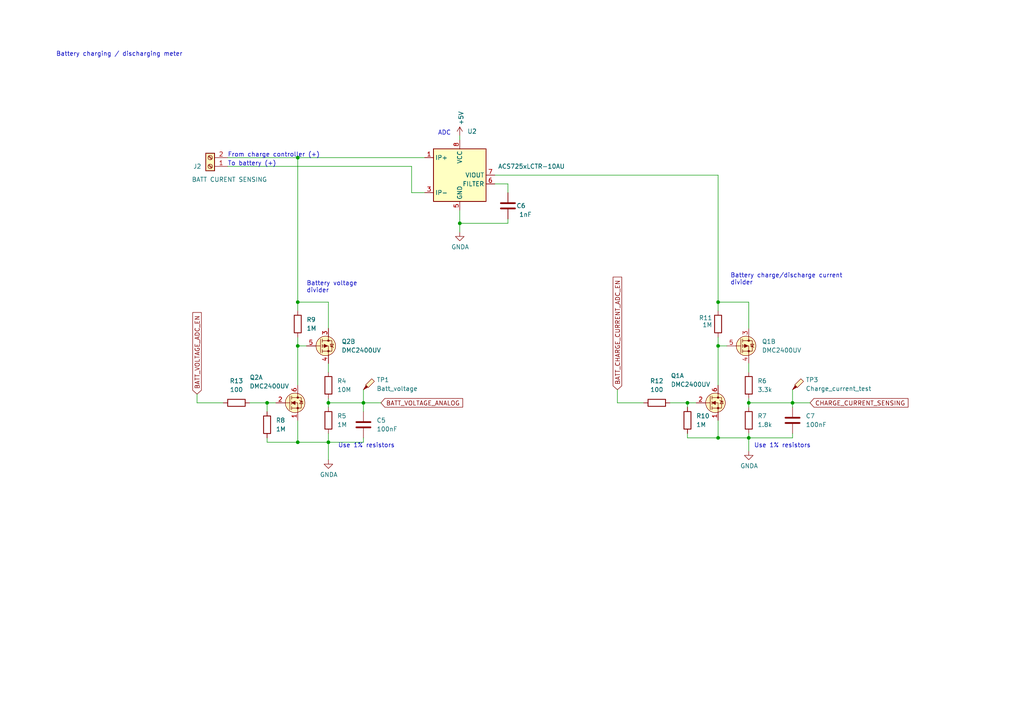
<source format=kicad_sch>
(kicad_sch (version 20231120) (generator "eeschema") (generator_version "8.0")
  (paper "A4")
  (lib_symbols
    (symbol "Connector:Screw_Terminal_01x02" (pin_names (offset 1.016) hide)
      (property "Reference" "J" (at 0 2.54 0))
      (property "Value" "Screw_Terminal_01x02" (at 0 -5.08 0))
      (symbol "Screw_Terminal_01x02_1_1"
        (rectangle (start -1.27 1.27) (end 1.27 -3.81) (stroke (width 0.254)) (fill (type background)))
        (circle (center 0 -2.54) (radius 0.635) (stroke (width 0.1524)))
        (polyline (pts (xy -0.5334 -2.2098) (xy 0.3302 -3.048)) (stroke (width 0.1524)))
        (polyline (pts (xy -0.5334 0.3302) (xy 0.3302 -0.508)) (stroke (width 0.1524)))
        (polyline (pts (xy -0.3556 -2.032) (xy 0.508 -2.8702)) (stroke (width 0.1524)))
        (polyline (pts (xy -0.3556 0.508) (xy 0.508 -0.3302)) (stroke (width 0.1524)))
        (circle (center 0 0) (radius 0.635) (stroke (width 0.1524)))
        (pin passive line (at -5.08 0 0) (length 3.81) (name "Pin_1") (number "1"))
        (pin passive line (at -5.08 -2.54 0) (length 3.81) (name "Pin_2") (number "2"))
      )
    )
    (symbol "Connector:TestPoint_Probe" (pin_numbers hide) (pin_names (offset 0.762) hide)
      (property "Reference" "TP" (at 1.651 5.842 0))
      (property "Value" "TestPoint_Probe" (at 1.651 4.064 0))
      (symbol "TestPoint_Probe_0_1"
        (polyline (pts (xy 1.27 0.762) (xy 0 0) (xy 0.762 1.27) (xy 1.27 0.762)) (fill (type outline)))
        (polyline (pts (xy 1.397 0.635) (xy 0.635 1.397) (xy 2.413 3.175) (xy 3.175 2.413) (xy 1.397 0.635)) (fill (type background)))
      )
      (symbol "TestPoint_Probe_1_1"
        (pin passive line (at 0 0 90) (length 0) (name "1") (number "1"))
      )
    )
    (symbol "Device:C" (pin_numbers hide) (pin_names (offset 0.254))
      (property "Reference" "C" (at 0.635 2.54 0))
      (property "Value" "C" (at 0.635 -2.54 0))
      (symbol "C_0_1"
        (polyline (pts (xy -2.032 -0.762) (xy 2.032 -0.762)) (stroke (width 0.508)))
        (polyline (pts (xy -2.032 0.762) (xy 2.032 0.762)) (stroke (width 0.508)))
      )
      (symbol "C_1_1"
        (pin passive line (at 0 3.81 270) (length 2.794) (name "~") (number "1"))
        (pin passive line (at 0 -3.81 90) (length 2.794) (name "~") (number "2"))
      )
    )
    (symbol "Device:R" (pin_numbers hide) (pin_names (offset 0))
      (property "Reference" "R" (at 2.032 0 90))
      (property "Value" "R" (at 0 0 90))
      (symbol "R_0_1"
        (rectangle (start -1.016 -2.54) (end 1.016 2.54) (stroke (width 0.254)))
      )
      (symbol "R_1_1"
        (pin passive line (at 0 3.81 270) (length 1.27) (name "~") (number "1"))
        (pin passive line (at 0 -3.81 90) (length 1.27) (name "~") (number "2"))
      )
    )
    (symbol "Sensor_Current:ACS725xLCTR-10AU"
      (property "Reference" "U" (at 2.54 11.43 0))
      (property "Value" "ACS725xLCTR-10AU" (at 2.54 8.89 0))
      (symbol "ACS725xLCTR-10AU_0_1"
        (rectangle (start -7.62 7.62) (end 7.62 -7.62) (stroke (width 0.254)) (fill (type background)))
      )
      (symbol "ACS725xLCTR-10AU_1_1"
        (pin passive line (at -10.16 5.08 0) (length 2.54) (name "IP+") (number "1"))
        (pin passive line (at -10.16 5.08 0) (length 2.54) hide (name "IP+") (number "2"))
        (pin passive line (at -10.16 -5.08 0) (length 2.54) (name "IP-") (number "3"))
        (pin passive line (at -10.16 -5.08 0) (length 2.54) hide (name "IP-") (number "4"))
        (pin power_in line (at 0 -10.16 90) (length 2.54) (name "GND") (number "5"))
        (pin passive line (at 10.16 -2.54 180) (length 2.54) (name "FILTER") (number "6"))
        (pin output line (at 10.16 0 180) (length 2.54) (name "VIOUT") (number "7"))
        (pin power_in line (at 0 10.16 270) (length 2.54) (name "VCC") (number "8"))
      )
    )
    (symbol "mwolosewicz:DMC2400UV" (pin_names hide)
      (property "Reference" "Q" (at 1.524 3.302 0))
      (property "Value" "DMC2400UV" (at -7.112 5.08 0))
      (symbol "DMC2400UV_1_1"
        (circle (center -0.762 0) (radius 2.8398) (fill (type background)))
        (circle (center 0 -1.524) (radius 0.254) (fill (type outline)))
        (polyline (pts (xy -3.81 0) (xy -2.286 0)))
        (polyline (pts (xy -2.286 2.032) (xy -2.286 -2.032)))
        (polyline (pts (xy -1.778 -1.016) (xy -1.778 -2.032)))
        (polyline (pts (xy -1.778 0.508) (xy -1.778 -0.508)))
        (polyline (pts (xy -1.778 2.032) (xy -1.778 1.016)))
        (polyline (pts (xy 0 -2.54) (xy 0 -1.524)))
        (polyline (pts (xy 0 2.54) (xy 0 1.524)))
        (polyline (pts (xy 0.508 0.762) (xy 0.762 0.508)))
        (polyline (pts (xy 0.762 0.508) (xy 1.27 0.508)))
        (polyline (pts (xy 1.27 0.508) (xy 1.524 0.254)))
        (polyline (pts (xy -0.762 0) (xy 0 0) (xy 0 -1.524)))
        (polyline (pts (xy -1.778 -1.524) (xy 1.016 -1.524) (xy 1.016 1.524) (xy -1.778 1.524)))
        (polyline (pts (xy -1.778 0) (xy -0.762 0.508) (xy -0.762 -0.508) (xy -1.778 0)) (fill (type outline)))
        (polyline (pts (xy 1.016 0.508) (xy 0.508 -0.254) (xy 1.524 -0.254) (xy 1.016 0.508)))
        (circle (center 0 1.524) (radius 0.254) (fill (type outline)))
        (pin input line (at 0 -5.08 90) (length 2.54) (name "S1") (number "1"))
        (pin input line (at -6.35 0 0) (length 2.54) (name "G1") (number "2"))
        (pin input line (at 0 5.08 270) (length 2.54) (name "D1") (number "6"))
      )
      (symbol "DMC2400UV_2_1"
        (circle (center -0.762 0) (radius 2.8398) (fill (type background)))
        (circle (center 0 -1.524) (radius 0.254) (fill (type outline)))
        (polyline (pts (xy -3.81 0) (xy -2.286 0)))
        (polyline (pts (xy -2.286 2.032) (xy -2.286 -2.032)))
        (polyline (pts (xy -1.778 -1.016) (xy -1.778 -2.032)))
        (polyline (pts (xy -1.778 0.508) (xy -1.778 -0.508)))
        (polyline (pts (xy -1.778 2.032) (xy -1.778 1.016)))
        (polyline (pts (xy -1.27 0) (xy -1.778 0)))
        (polyline (pts (xy 0 -2.54) (xy 0 -1.524)))
        (polyline (pts (xy 0 2.54) (xy 0 1.524)))
        (polyline (pts (xy 0.508 0) (xy 0.762 -0.254)))
        (polyline (pts (xy 0.762 -0.254) (xy 1.27 -0.254)))
        (polyline (pts (xy 1.27 -0.254) (xy 1.524 -0.508)))
        (polyline (pts (xy -0.762 0) (xy 0 0) (xy 0 -1.524)))
        (polyline (pts (xy -1.778 -1.524) (xy 1.016 -1.524) (xy 1.016 1.524) (xy -1.778 1.524)))
        (polyline (pts (xy -0.254 0) (xy -1.27 -0.508) (xy -1.27 0.508) (xy -0.254 0)) (fill (type outline)))
        (polyline (pts (xy 1.016 -0.254) (xy 1.524 0.508) (xy 0.508 0.508) (xy 1.016 -0.254)))
        (circle (center 0 1.524) (radius 0.254) (fill (type outline)))
        (pin input line (at 0 5.08 270) (length 2.54) (name "D2") (number "3"))
        (pin input line (at 0 -5.08 90) (length 2.54) (name "S2") (number "4"))
        (pin input line (at -6.35 0 0) (length 2.54) (name "G2") (number "5"))
      )
    )
    (symbol "power:+5V" (power) (pin_names (offset 0))
      (property "Value" "+5V" (at 0 3.556 0))
      (symbol "+5V_0_1"
        (polyline (pts (xy -0.762 1.27) (xy 0 2.54)))
        (polyline (pts (xy 0 0) (xy 0 2.54)))
        (polyline (pts (xy 0 2.54) (xy 0.762 1.27)))
      )
      (symbol "+5V_1_1"
        (pin power_in line (at 0 0 90) (length 0) hide (name "+5V") (number "1"))
      )
    )
    (symbol "power:GNDA" (power) (pin_names (offset 0))
      (property "Value" "GNDA" (at 0 -3.81 0))
      (symbol "GNDA_0_1"
        (polyline (pts (xy 0 0) (xy 0 -1.27) (xy 1.27 -1.27) (xy 0 -2.54) (xy -1.27 -1.27) (xy 0 -1.27)))
      )
      (symbol "GNDA_1_1"
        (pin power_in line (at 0 0 270) (length 0) hide (name "GNDA") (number "1"))
      )
    )
  )
  (junction (at 95.25 116.84))
  (junction (at 86.36 128.27))
  (junction (at 86.36 87.63))
  (junction (at 133.35 64.77))
  (junction (at 105.41 116.84))
  (junction (at 208.28 87.63))
  (junction (at 229.87 116.84))
  (junction (at 95.25 128.27))
  (junction (at 208.28 127))
  (junction (at 217.17 127))
  (junction (at 77.47 116.84))
  (junction (at 86.36 100.33))
  (junction (at 86.36 45.72))
  (junction (at 208.28 100.33))
  (junction (at 199.39 116.84))
  (junction (at 217.17 116.84))
  (wire (pts (xy 77.47 116.84) (xy 80.01 116.84)))
  (wire (pts (xy 217.17 115.57) (xy 217.17 116.84)))
  (wire (pts (xy 143.51 50.8) (xy 208.28 50.8)))
  (wire (pts (xy 95.25 116.84) (xy 95.25 118.11)))
  (wire (pts (xy 179.07 116.84) (xy 179.07 113.03)))
  (wire (pts (xy 208.28 90.17) (xy 208.28 87.63)))
  (wire (pts (xy 208.28 50.8) (xy 208.28 87.63)))
  (wire (pts (xy 66.04 48.26) (xy 119.38 48.26)))
  (wire (pts (xy 86.36 97.79) (xy 86.36 100.33)))
  (wire (pts (xy 133.35 60.96) (xy 133.35 64.77)))
  (wire (pts (xy 95.25 128.27) (xy 105.41 128.27)))
  (wire (pts (xy 95.25 128.27) (xy 95.25 133.35)))
  (wire (pts (xy 95.25 125.73) (xy 95.25 128.27)))
  (wire (pts (xy 133.35 64.77) (xy 147.32 64.77)))
  (wire (pts (xy 77.47 128.27) (xy 86.36 128.27)))
  (wire (pts (xy 77.47 127) (xy 77.47 128.27)))
  (wire (pts (xy 77.47 116.84) (xy 77.47 119.38)))
  (wire (pts (xy 217.17 127) (xy 217.17 130.81)))
  (wire (pts (xy 229.87 116.84) (xy 234.95 116.84)))
  (wire (pts (xy 133.35 39.37) (xy 133.35 40.64)))
  (wire (pts (xy 199.39 127) (xy 199.39 125.73)))
  (wire (pts (xy 105.41 128.27) (xy 105.41 127)))
  (wire (pts (xy 208.28 127) (xy 217.17 127)))
  (wire (pts (xy 208.28 87.63) (xy 217.17 87.63)))
  (wire (pts (xy 86.36 90.17) (xy 86.36 87.63)))
  (wire (pts (xy 229.87 113.03) (xy 229.87 116.84)))
  (wire (pts (xy 86.36 45.72) (xy 86.36 87.63)))
  (wire (pts (xy 179.07 116.84) (xy 186.69 116.84)))
  (wire (pts (xy 147.32 63.5) (xy 147.32 64.77)))
  (wire (pts (xy 217.17 125.73) (xy 217.17 127)))
  (wire (pts (xy 72.39 116.84) (xy 77.47 116.84)))
  (wire (pts (xy 105.41 113.03) (xy 105.41 116.84)))
  (wire (pts (xy 95.25 116.84) (xy 105.41 116.84)))
  (wire (pts (xy 208.28 97.79) (xy 208.28 100.33)))
  (wire (pts (xy 95.25 105.41) (xy 95.25 107.95)))
  (wire (pts (xy 133.35 64.77) (xy 133.35 67.31)))
  (wire (pts (xy 123.19 55.88) (xy 119.38 55.88)))
  (wire (pts (xy 208.28 121.92) (xy 208.28 127)))
  (wire (pts (xy 217.17 116.84) (xy 229.87 116.84)))
  (wire (pts (xy 199.39 116.84) (xy 201.93 116.84)))
  (wire (pts (xy 217.17 127) (xy 229.87 127)))
  (wire (pts (xy 86.36 45.72) (xy 123.19 45.72)))
  (wire (pts (xy 217.17 87.63) (xy 217.17 95.25)))
  (wire (pts (xy 119.38 55.88) (xy 119.38 48.26)))
  (wire (pts (xy 229.87 118.11) (xy 229.87 116.84)))
  (wire (pts (xy 199.39 118.11) (xy 199.39 116.84)))
  (wire (pts (xy 86.36 128.27) (xy 95.25 128.27)))
  (wire (pts (xy 86.36 87.63) (xy 95.25 87.63)))
  (wire (pts (xy 57.15 116.84) (xy 57.15 114.3)))
  (wire (pts (xy 86.36 121.92) (xy 86.36 128.27)))
  (wire (pts (xy 95.25 115.57) (xy 95.25 116.84)))
  (wire (pts (xy 217.17 116.84) (xy 217.17 118.11)))
  (wire (pts (xy 105.41 116.84) (xy 105.41 119.38)))
  (wire (pts (xy 217.17 105.41) (xy 217.17 107.95)))
  (wire (pts (xy 208.28 100.33) (xy 210.82 100.33)))
  (wire (pts (xy 143.51 53.34) (xy 147.32 53.34)))
  (wire (pts (xy 57.15 116.84) (xy 64.77 116.84)))
  (wire (pts (xy 229.87 125.73) (xy 229.87 127)))
  (wire (pts (xy 66.04 45.72) (xy 86.36 45.72)))
  (wire (pts (xy 86.36 100.33) (xy 86.36 111.76)))
  (wire (pts (xy 95.25 87.63) (xy 95.25 95.25)))
  (wire (pts (xy 208.28 100.33) (xy 208.28 111.76)))
  (wire (pts (xy 194.31 116.84) (xy 199.39 116.84)))
  (wire (pts (xy 105.41 116.84) (xy 110.49 116.84)))
  (wire (pts (xy 147.32 53.34) (xy 147.32 55.88)))
  (wire (pts (xy 86.36 100.33) (xy 88.9 100.33)))
  (wire (pts (xy 208.28 127) (xy 199.39 127)))
  (text "Battery charge/discharge current\ndivider" (at 211.836 82.804 0) (effects (font (size 1.27 1.27)) (justify left bottom)))
  (text "ADC" (at 127 39.37 0) (effects (font (size 1.27 1.27)) (justify left bottom)))
  (text "Battery voltage\ndivider\n" (at 88.9 85.09 0) (effects (font (size 1.27 1.27)) (justify left bottom)))
  (text "Battery charging / discharging meter" (at 16.256 16.51 0) (effects (font (size 1.27 1.27)) (justify left bottom)))
  (text "From charge controller (+)" (at 66.04 45.72 0) (effects (font (size 1.27 1.27)) (justify left bottom)))
  (text "Use 1% resistors" (at 218.694 130.048 0) (effects (font (size 1.27 1.27)) (justify left bottom)))
  (text "Use 1% resistors" (at 98.044 130.048 0) (effects (font (size 1.27 1.27)) (justify left bottom)))
  (text "To battery (+)" (at 66.04 48.26 0) (effects (font (size 1.27 1.27)) (justify left bottom)))
  (global_label "BATT_CHARGE_CURRENT_ADC_EN" (shape input) (at 179.07 113.03 90) (property "Intersheetrefs" "${INTERSHEET_REFS}" (effects (hide yes))))
  (global_label "BATT_VOLTAGE_ANALOG" (shape input) (at 110.49 116.84 0) (property "Intersheetrefs" "${INTERSHEET_REFS}" (effects (hide yes))))
  (global_label "BATT_VOLTAGE_ADC_EN" (shape input) (at 57.15 114.3 90) (property "Intersheetrefs" "${INTERSHEET_REFS}" (effects (hide yes))))
  (global_label "CHARGE_CURRENT_SENSING" (shape input) (at 234.95 116.84 0) (property "Intersheetrefs" "${INTERSHEET_REFS}" (effects (hide yes))))
  (symbol (lib_id "Device:C") (at 105.41 123.19 0) (unit 1)
    (property "Reference" "C5" (at 109.22 121.92 0) (effects (justify left)))
    (property "Value" "100nF" (at 109.22 124.46 0) (effects (justify left)))
    (property "Footprint" "Capacitor_SMD:C_0603_1608Metric" (effects (hide yes)))
  )
  (symbol (lib_id "power:GNDA") (at 95.25 133.35 0) (unit 1)
    (property "Reference" "#PWR024" (effects (hide yes)))
    (property "Value" "GNDA" (at 95.3643 137.6744 0))
  )
  (symbol (lib_id "Device:R") (at 77.47 123.19 0) (unit 1)
    (property "Reference" "R8" (at 80.01 121.92 0) (effects (justify left)))
    (property "Value" "1M" (at 80.01 124.46 0) (effects (justify left)))
    (property "Footprint" "Resistor_SMD:R_0603_1608Metric" (effects (hide yes)))
  )
  (symbol (lib_id "power:GNDA") (at 217.17 130.81 0) (unit 1)
    (property "Reference" "#PWR018" (effects (hide yes)))
    (property "Value" "GNDA" (at 217.2843 135.1344 0))
  )
  (symbol (lib_id "mwolosewicz:DMC2400UV") (at 217.17 100.33 0) (unit 2)
    (property "Reference" "Q1" (at 220.98 99.0599 0) (effects (justify left)))
    (property "Value" "DMC2400UV" (at 220.98 101.5999 0) (effects (justify left)))
    (property "Footprint" "Package_TO_SOT_SMD:SOT-563" (effects (hide yes)))
    (property "Datasheet" "https://www.mouser.pl/datasheet/2/115/DIOD_S_A0010038249_1-2543538.pdf" (effects (hide yes)))
    (property "Description" "COMPLEMENTARY PAIR ENHANCEMENT MODE MOSFET" (effects (hide yes)))
  )
  (symbol (lib_id "Sensor_Current:ACS725xLCTR-10AU") (at 133.35 50.8 0) (unit 1)
    (property "Reference" "U2" (at 135.5441 38.1 0) (effects (justify left)))
    (property "Value" "ACS725xLCTR-10AU" (at 144.4341 48.26 0) (effects (justify left)))
    (property "Footprint" "Package_SO:SOIC-8_3.9x4.9mm_P1.27mm" (effects (hide yes)))
    (property "Datasheet" "http://www.allegromicro.com/~/media/Files/Datasheets/ACS725-Datasheet.ashx?la=en" (effects (hide yes)))
  )
  (symbol (lib_id "Device:C") (at 147.32 59.69 0) (unit 1)
    (property "Reference" "C6" (at 151.13 59.69 0))
    (property "Value" "1nF" (at 152.4 62.23 0))
    (property "Footprint" "Capacitor_SMD:C_0603_1608Metric" (effects (hide yes)))
  )
  (symbol (lib_id "Device:R") (at 190.5 116.84 90) (unit 1)
    (property "Reference" "R12" (at 190.5 110.49 90))
    (property "Value" "100" (at 190.5 113.03 90))
    (property "Footprint" "Resistor_SMD:R_0603_1608Metric" (effects (hide yes)))
  )
  (symbol (lib_id "Device:R") (at 86.36 93.98 0) (unit 1)
    (property "Reference" "R9" (at 88.9 92.71 0) (effects (justify left)))
    (property "Value" "1M" (at 88.9 95.25 0) (effects (justify left)))
    (property "Footprint" "Resistor_SMD:R_0603_1608Metric" (effects (hide yes)))
  )
  (symbol (lib_id "mwolosewicz:DMC2400UV") (at 95.25 100.33 0) (unit 2)
    (property "Reference" "Q2" (at 99.06 99.0599 0) (effects (justify left)))
    (property "Value" "DMC2400UV" (at 99.06 101.5999 0) (effects (justify left)))
    (property "Footprint" "Package_TO_SOT_SMD:SOT-563" (effects (hide yes)))
    (property "Datasheet" "https://www.mouser.pl/datasheet/2/115/DIOD_S_A0010038249_1-2543538.pdf" (effects (hide yes)))
    (property "Description" "COMPLEMENTARY PAIR ENHANCEMENT MODE MOSFET" (effects (hide yes)))
  )
  (symbol (lib_id "Connector:TestPoint_Probe") (at 229.87 113.03 0) (unit 1)
    (property "Reference" "TP3" (at 233.68 110.1725 0) (effects (justify left)))
    (property "Value" "Charge_current_test" (at 233.68 112.7125 0) (effects (justify left)))
    (property "Footprint" "TestPoint:TestPoint_Pad_D1.5mm" (effects (hide yes)))
  )
  (symbol (lib_id "mwolosewicz:DMC2400UV") (at 86.36 116.84 0) (unit 1)
    (property "Reference" "Q2" (at 72.39 109.474 0) (effects (justify left)))
    (property "Value" "DMC2400UV" (at 72.39 112.014 0) (effects (justify left)))
    (property "Footprint" "Package_TO_SOT_SMD:SOT-563" (effects (hide yes)))
    (property "Datasheet" "https://www.mouser.pl/datasheet/2/115/DIOD_S_A0010038249_1-2543538.pdf" (effects (hide yes)))
    (property "Description" "COMPLEMENTARY PAIR ENHANCEMENT MODE MOSFET" (effects (hide yes)))
  )
  (symbol (lib_id "Device:R") (at 68.58 116.84 90) (unit 1)
    (property "Reference" "R13" (at 68.58 110.49 90))
    (property "Value" "100" (at 68.58 113.03 90))
    (property "Footprint" "Resistor_SMD:R_0603_1608Metric" (effects (hide yes)))
  )
  (symbol (lib_id "Device:C") (at 229.87 121.92 0) (unit 1)
    (property "Reference" "C7" (at 233.68 120.65 0) (effects (justify left)))
    (property "Value" "100nF" (at 233.68 123.19 0) (effects (justify left)))
    (property "Footprint" "Capacitor_SMD:C_0603_1608Metric" (effects (hide yes)))
  )
  (symbol (lib_id "Device:R") (at 95.25 111.76 0) (unit 1)
    (property "Reference" "R4" (at 97.79 110.49 0) (effects (justify left)))
    (property "Value" "10M" (at 97.79 113.03 0) (effects (justify left)))
    (property "Footprint" "Resistor_SMD:R_0603_1608Metric" (effects (hide yes)))
  )
  (symbol (lib_id "Device:R") (at 208.28 93.98 0) (unit 1)
    (property "Reference" "R11" (at 202.692 92.202 0) (effects (justify left)))
    (property "Value" "1M" (at 203.708 94.234 0) (effects (justify left)))
    (property "Footprint" "Resistor_SMD:R_0603_1608Metric" (effects (hide yes)))
  )
  (symbol (lib_id "Device:R") (at 199.39 121.92 0) (unit 1)
    (property "Reference" "R10" (at 201.93 120.65 0) (effects (justify left)))
    (property "Value" "1M" (at 201.93 123.19 0) (effects (justify left)))
    (property "Footprint" "Resistor_SMD:R_0603_1608Metric" (effects (hide yes)))
  )
  (symbol (lib_id "Device:R") (at 217.17 111.76 0) (unit 1)
    (property "Reference" "R6" (at 219.71 110.49 0) (effects (justify left)))
    (property "Value" "3.3k" (at 219.71 113.03 0) (effects (justify left)))
    (property "Footprint" "Resistor_SMD:R_0603_1608Metric" (effects (hide yes)))
  )
  (symbol (lib_id "mwolosewicz:DMC2400UV") (at 208.28 116.84 0) (unit 1)
    (property "Reference" "Q1" (at 194.564 108.966 0) (effects (justify left)))
    (property "Value" "DMC2400UV" (at 194.564 111.506 0) (effects (justify left)))
    (property "Footprint" "Package_TO_SOT_SMD:SOT-563" (effects (hide yes)))
    (property "Datasheet" "https://www.mouser.pl/datasheet/2/115/DIOD_S_A0010038249_1-2543538.pdf" (effects (hide yes)))
    (property "Description" "COMPLEMENTARY PAIR ENHANCEMENT MODE MOSFET" (effects (hide yes)))
  )
  (symbol (lib_id "Device:R") (at 217.17 121.92 0) (unit 1)
    (property "Reference" "R7" (at 219.71 120.65 0) (effects (justify left)))
    (property "Value" "1.8k" (at 219.71 123.19 0) (effects (justify left)))
    (property "Footprint" "Resistor_SMD:R_0603_1608Metric" (effects (hide yes)))
  )
  (symbol (lib_id "Connector:TestPoint_Probe") (at 105.41 113.03 0) (unit 1)
    (property "Reference" "TP1" (at 109.22 110.1725 0) (effects (justify left)))
    (property "Value" "Batt_voltage" (at 109.22 112.7125 0) (effects (justify left)))
    (property "Footprint" "TestPoint:TestPoint_Pad_D1.5mm" (effects (hide yes)))
  )
  (symbol (lib_id "Device:R") (at 95.25 121.92 0) (unit 1)
    (property "Reference" "R5" (at 97.79 120.65 0) (effects (justify left)))
    (property "Value" "1M" (at 97.79 123.19 0) (effects (justify left)))
    (property "Footprint" "Resistor_SMD:R_0603_1608Metric" (effects (hide yes)))
  )
  (symbol (lib_id "power:+5V") (at 133.35 39.37 0) (unit 1)
    (property "Reference" "#PWR02" (effects (hide yes)))
    (property "Value" "+5V" (at 133.731 36.322 90) (effects (justify left)))
  )
  (symbol (lib_id "Connector:Screw_Terminal_01x02") (at 60.96 48.26 180) (unit 1)
    (property "Reference" "J2" (at 58.42 48.26 0) (effects (justify left)))
    (property "Value" "BATT CURENT SENSING" (at 77.47 52.07 0) (effects (justify left)))
    (property "Footprint" "TerminalBlock_Phoenix:TerminalBlock_Phoenix_PT-1,5-2-3.5-H_1x02_P3.50mm_Horizontal" (effects (hide yes)))
  )
  (symbol (lib_id "power:GNDA") (at 133.35 67.31 0) (unit 1)
    (property "Reference" "#PWR035" (effects (hide yes)))
    (property "Value" "GNDA" (at 133.4643 71.6344 0))
  )
)
</source>
